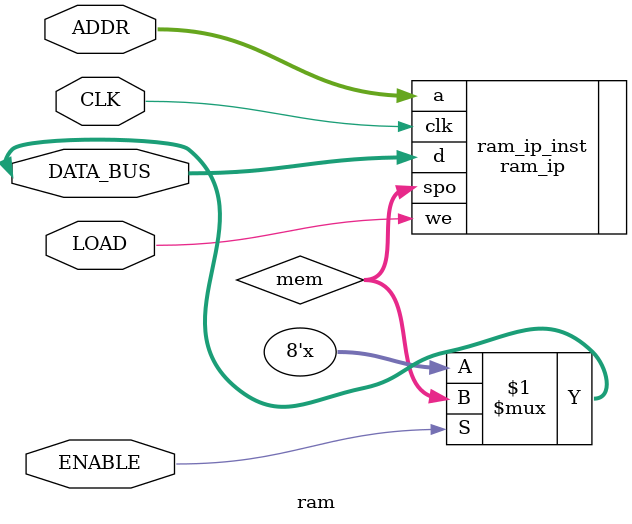
<source format=v>
module ram #(
    parameter WIDTH = 8,
    parameter SIZE  = 16
) (
    input CLK,
    input LOAD,
    input ENABLE,
    input [$clog2(SIZE)-1:0] ADDR,
    inout [WIDTH-1:0] DATA_BUS
);

    wire [WIDTH-1:0] mem;

    ram_ip ram_ip_inst (
        .a  (ADDR),
        .d  (DATA_BUS),
        .clk(CLK),
        .we (LOAD),
        .spo(mem)
    );

    assign DATA_BUS = ENABLE ? mem : {WIDTH{1'bz}};

endmodule

</source>
